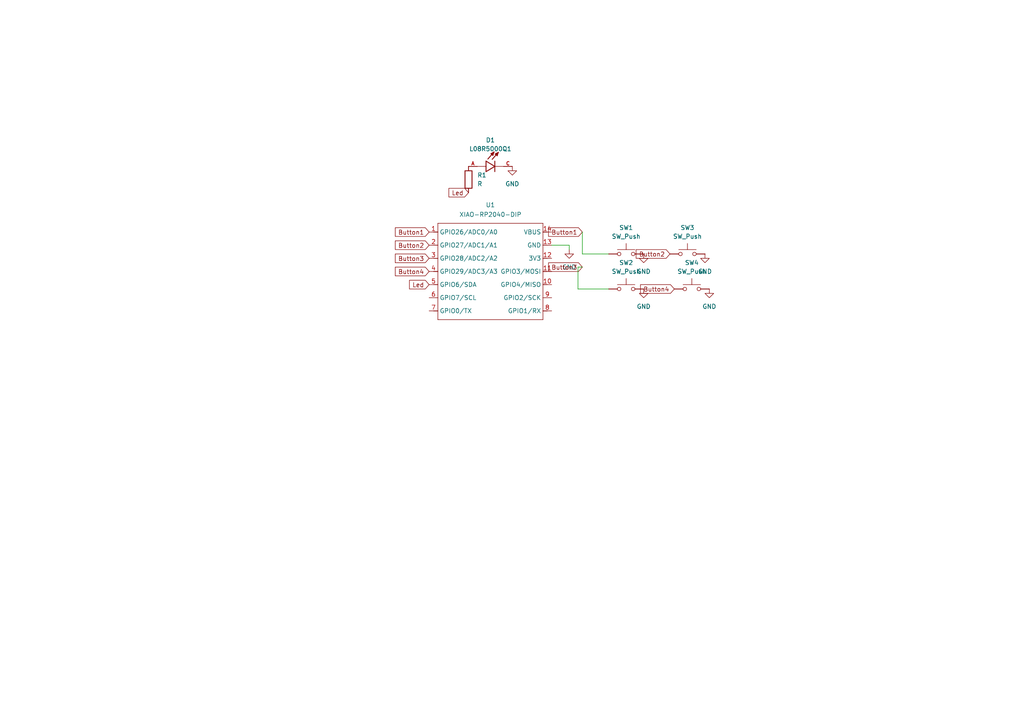
<source format=kicad_sch>
(kicad_sch
	(version 20250114)
	(generator "eeschema")
	(generator_version "9.0")
	(uuid "f44084a3-1776-4d01-a556-76a72fc648fd")
	(paper "A4")
	(lib_symbols
		(symbol "Device:R"
			(pin_numbers
				(hide yes)
			)
			(pin_names
				(offset 0)
			)
			(exclude_from_sim no)
			(in_bom yes)
			(on_board yes)
			(property "Reference" "R"
				(at 2.032 0 90)
				(effects
					(font
						(size 1.27 1.27)
					)
				)
			)
			(property "Value" "R"
				(at 0 0 90)
				(effects
					(font
						(size 1.27 1.27)
					)
				)
			)
			(property "Footprint" ""
				(at -1.778 0 90)
				(effects
					(font
						(size 1.27 1.27)
					)
					(hide yes)
				)
			)
			(property "Datasheet" "~"
				(at 0 0 0)
				(effects
					(font
						(size 1.27 1.27)
					)
					(hide yes)
				)
			)
			(property "Description" "Resistor"
				(at 0 0 0)
				(effects
					(font
						(size 1.27 1.27)
					)
					(hide yes)
				)
			)
			(property "ki_keywords" "R res resistor"
				(at 0 0 0)
				(effects
					(font
						(size 1.27 1.27)
					)
					(hide yes)
				)
			)
			(property "ki_fp_filters" "R_*"
				(at 0 0 0)
				(effects
					(font
						(size 1.27 1.27)
					)
					(hide yes)
				)
			)
			(symbol "R_0_1"
				(rectangle
					(start -1.016 -2.54)
					(end 1.016 2.54)
					(stroke
						(width 0.254)
						(type default)
					)
					(fill
						(type none)
					)
				)
			)
			(symbol "R_1_1"
				(pin passive line
					(at 0 3.81 270)
					(length 1.27)
					(name "~"
						(effects
							(font
								(size 1.27 1.27)
							)
						)
					)
					(number "1"
						(effects
							(font
								(size 1.27 1.27)
							)
						)
					)
				)
				(pin passive line
					(at 0 -3.81 90)
					(length 1.27)
					(name "~"
						(effects
							(font
								(size 1.27 1.27)
							)
						)
					)
					(number "2"
						(effects
							(font
								(size 1.27 1.27)
							)
						)
					)
				)
			)
			(embedded_fonts no)
		)
		(symbol "L08R5000Q1:L08R5000Q1"
			(pin_names
				(offset 1.016)
			)
			(exclude_from_sim no)
			(in_bom yes)
			(on_board yes)
			(property "Reference" "D"
				(at -3.0988 4.4958 0)
				(effects
					(font
						(size 1.27 1.27)
					)
					(justify left bottom)
				)
			)
			(property "Value" "L08R5000Q1"
				(at -3.556 -3.302 0)
				(effects
					(font
						(size 1.27 1.27)
					)
					(justify left bottom)
				)
			)
			(property "Footprint" "L08R5000Q1:LEDRD254W57D500H1070"
				(at 0 0 0)
				(effects
					(font
						(size 1.27 1.27)
					)
					(justify bottom)
					(hide yes)
				)
			)
			(property "Datasheet" ""
				(at 0 0 0)
				(effects
					(font
						(size 1.27 1.27)
					)
					(hide yes)
				)
			)
			(property "Description" ""
				(at 0 0 0)
				(effects
					(font
						(size 1.27 1.27)
					)
					(hide yes)
				)
			)
			(property "MF" "LED Technology"
				(at 0 0 0)
				(effects
					(font
						(size 1.27 1.27)
					)
					(justify bottom)
					(hide yes)
				)
			)
			(property "MAXIMUM_PACKAGE_HEIGHT" "10.7mm"
				(at 0 0 0)
				(effects
					(font
						(size 1.27 1.27)
					)
					(justify bottom)
					(hide yes)
				)
			)
			(property "Package" "None"
				(at 0 0 0)
				(effects
					(font
						(size 1.27 1.27)
					)
					(justify bottom)
					(hide yes)
				)
			)
			(property "Price" "None"
				(at 0 0 0)
				(effects
					(font
						(size 1.27 1.27)
					)
					(justify bottom)
					(hide yes)
				)
			)
			(property "Check_prices" "https://www.snapeda.com/parts/L08R5000Q1/LED+Technology/view-part/?ref=eda"
				(at 0 0 0)
				(effects
					(font
						(size 1.27 1.27)
					)
					(justify bottom)
					(hide yes)
				)
			)
			(property "STANDARD" "IPC-7351B"
				(at 0 0 0)
				(effects
					(font
						(size 1.27 1.27)
					)
					(justify bottom)
					(hide yes)
				)
			)
			(property "PARTREV" "NA"
				(at 0 0 0)
				(effects
					(font
						(size 1.27 1.27)
					)
					(justify bottom)
					(hide yes)
				)
			)
			(property "SnapEDA_Link" "https://www.snapeda.com/parts/L08R5000Q1/LED+Technology/view-part/?ref=snap"
				(at 0 0 0)
				(effects
					(font
						(size 1.27 1.27)
					)
					(justify bottom)
					(hide yes)
				)
			)
			(property "MP" "L08R5000Q1"
				(at 0 0 0)
				(effects
					(font
						(size 1.27 1.27)
					)
					(justify bottom)
					(hide yes)
				)
			)
			(property "Description_1" "LED, 5MM, ORANGE; LED / Lamp Size: 5mm / T-1 3/4; LED Colour: Orange; Typ Luminous Intensity: 4.3mcd; Viewing Angle: ..."
				(at 0 0 0)
				(effects
					(font
						(size 1.27 1.27)
					)
					(justify bottom)
					(hide yes)
				)
			)
			(property "Availability" "Not in stock"
				(at 0 0 0)
				(effects
					(font
						(size 1.27 1.27)
					)
					(justify bottom)
					(hide yes)
				)
			)
			(property "MANUFACTURER" "LED TECHNOLOGY"
				(at 0 0 0)
				(effects
					(font
						(size 1.27 1.27)
					)
					(justify bottom)
					(hide yes)
				)
			)
			(symbol "L08R5000Q1_0_0"
				(polyline
					(pts
						(xy -2.54 1.524) (xy -2.54 0)
					)
					(stroke
						(width 0.254)
						(type default)
					)
					(fill
						(type none)
					)
				)
				(polyline
					(pts
						(xy -2.54 0) (xy -5.08 0)
					)
					(stroke
						(width 0.1524)
						(type default)
					)
					(fill
						(type none)
					)
				)
				(polyline
					(pts
						(xy -2.54 0) (xy -2.54 -1.524)
					)
					(stroke
						(width 0.254)
						(type default)
					)
					(fill
						(type none)
					)
				)
				(polyline
					(pts
						(xy -2.54 -1.524) (xy 0 0)
					)
					(stroke
						(width 0.254)
						(type default)
					)
					(fill
						(type none)
					)
				)
				(polyline
					(pts
						(xy -1.1176 3.683) (xy -0.2286 4.1656)
					)
					(stroke
						(width 0.254)
						(type default)
					)
					(fill
						(type none)
					)
				)
				(polyline
					(pts
						(xy -0.9398 3.6068) (xy -0.7112 3.7592)
					)
					(stroke
						(width 0.254)
						(type default)
					)
					(fill
						(type none)
					)
				)
				(polyline
					(pts
						(xy -0.5588 3.2004) (xy -1.1176 3.683)
					)
					(stroke
						(width 0.254)
						(type default)
					)
					(fill
						(type none)
					)
				)
				(polyline
					(pts
						(xy -0.5588 3.2004) (xy -0.5334 3.937)
					)
					(stroke
						(width 0.254)
						(type default)
					)
					(fill
						(type none)
					)
				)
				(polyline
					(pts
						(xy -0.5334 3.937) (xy -0.6604 3.937)
					)
					(stroke
						(width 0.254)
						(type default)
					)
					(fill
						(type none)
					)
				)
				(polyline
					(pts
						(xy -0.2286 4.1656) (xy -2.0066 2.1336)
					)
					(stroke
						(width 0.254)
						(type default)
					)
					(fill
						(type none)
					)
				)
				(polyline
					(pts
						(xy -0.2286 4.1656) (xy -0.5588 3.2004)
					)
					(stroke
						(width 0.254)
						(type default)
					)
					(fill
						(type none)
					)
				)
				(polyline
					(pts
						(xy 0 1.524) (xy 0 0)
					)
					(stroke
						(width 0.254)
						(type default)
					)
					(fill
						(type none)
					)
				)
				(polyline
					(pts
						(xy 0 0) (xy -2.54 1.524)
					)
					(stroke
						(width 0.254)
						(type default)
					)
					(fill
						(type none)
					)
				)
				(polyline
					(pts
						(xy 0 0) (xy 0 -1.524)
					)
					(stroke
						(width 0.254)
						(type default)
					)
					(fill
						(type none)
					)
				)
				(polyline
					(pts
						(xy 0.127 3.5814) (xy 1.016 4.064)
					)
					(stroke
						(width 0.254)
						(type default)
					)
					(fill
						(type none)
					)
				)
				(polyline
					(pts
						(xy 0.3048 3.5052) (xy 0.5334 3.6576)
					)
					(stroke
						(width 0.254)
						(type default)
					)
					(fill
						(type none)
					)
				)
				(polyline
					(pts
						(xy 0.6858 3.0988) (xy 0.127 3.5814)
					)
					(stroke
						(width 0.254)
						(type default)
					)
					(fill
						(type none)
					)
				)
				(polyline
					(pts
						(xy 0.6858 3.0988) (xy 0.7112 3.8354)
					)
					(stroke
						(width 0.254)
						(type default)
					)
					(fill
						(type none)
					)
				)
				(polyline
					(pts
						(xy 0.7112 3.8354) (xy 0.5842 3.8354)
					)
					(stroke
						(width 0.254)
						(type default)
					)
					(fill
						(type none)
					)
				)
				(polyline
					(pts
						(xy 1.016 4.064) (xy -0.762 2.032)
					)
					(stroke
						(width 0.254)
						(type default)
					)
					(fill
						(type none)
					)
				)
				(polyline
					(pts
						(xy 1.016 4.064) (xy 0.6858 3.0988)
					)
					(stroke
						(width 0.254)
						(type default)
					)
					(fill
						(type none)
					)
				)
				(polyline
					(pts
						(xy 2.54 0) (xy 0 0)
					)
					(stroke
						(width 0.1524)
						(type default)
					)
					(fill
						(type none)
					)
				)
				(pin passive line
					(at -7.62 0 0)
					(length 2.54)
					(name "~"
						(effects
							(font
								(size 1.016 1.016)
							)
						)
					)
					(number "A"
						(effects
							(font
								(size 1.016 1.016)
							)
						)
					)
				)
				(pin passive line
					(at 5.08 0 180)
					(length 2.54)
					(name "~"
						(effects
							(font
								(size 1.016 1.016)
							)
						)
					)
					(number "C"
						(effects
							(font
								(size 1.016 1.016)
							)
						)
					)
				)
			)
			(embedded_fonts no)
		)
		(symbol "Seeed_Studio_XIAO_Series:XIAO-RP2040-DIP"
			(exclude_from_sim no)
			(in_bom yes)
			(on_board yes)
			(property "Reference" "U"
				(at 0 0 0)
				(effects
					(font
						(size 1.27 1.27)
					)
				)
			)
			(property "Value" "XIAO-RP2040-DIP"
				(at 5.334 -1.778 0)
				(effects
					(font
						(size 1.27 1.27)
					)
				)
			)
			(property "Footprint" "Module:MOUDLE14P-XIAO-DIP-SMD"
				(at 14.478 -32.258 0)
				(effects
					(font
						(size 1.27 1.27)
					)
					(hide yes)
				)
			)
			(property "Datasheet" ""
				(at 0 0 0)
				(effects
					(font
						(size 1.27 1.27)
					)
					(hide yes)
				)
			)
			(property "Description" ""
				(at 0 0 0)
				(effects
					(font
						(size 1.27 1.27)
					)
					(hide yes)
				)
			)
			(symbol "XIAO-RP2040-DIP_1_0"
				(polyline
					(pts
						(xy -1.27 -2.54) (xy 29.21 -2.54)
					)
					(stroke
						(width 0.1524)
						(type solid)
					)
					(fill
						(type none)
					)
				)
				(polyline
					(pts
						(xy -1.27 -5.08) (xy -2.54 -5.08)
					)
					(stroke
						(width 0.1524)
						(type solid)
					)
					(fill
						(type none)
					)
				)
				(polyline
					(pts
						(xy -1.27 -5.08) (xy -1.27 -2.54)
					)
					(stroke
						(width 0.1524)
						(type solid)
					)
					(fill
						(type none)
					)
				)
				(polyline
					(pts
						(xy -1.27 -8.89) (xy -2.54 -8.89)
					)
					(stroke
						(width 0.1524)
						(type solid)
					)
					(fill
						(type none)
					)
				)
				(polyline
					(pts
						(xy -1.27 -8.89) (xy -1.27 -5.08)
					)
					(stroke
						(width 0.1524)
						(type solid)
					)
					(fill
						(type none)
					)
				)
				(polyline
					(pts
						(xy -1.27 -12.7) (xy -2.54 -12.7)
					)
					(stroke
						(width 0.1524)
						(type solid)
					)
					(fill
						(type none)
					)
				)
				(polyline
					(pts
						(xy -1.27 -12.7) (xy -1.27 -8.89)
					)
					(stroke
						(width 0.1524)
						(type solid)
					)
					(fill
						(type none)
					)
				)
				(polyline
					(pts
						(xy -1.27 -16.51) (xy -2.54 -16.51)
					)
					(stroke
						(width 0.1524)
						(type solid)
					)
					(fill
						(type none)
					)
				)
				(polyline
					(pts
						(xy -1.27 -16.51) (xy -1.27 -12.7)
					)
					(stroke
						(width 0.1524)
						(type solid)
					)
					(fill
						(type none)
					)
				)
				(polyline
					(pts
						(xy -1.27 -20.32) (xy -2.54 -20.32)
					)
					(stroke
						(width 0.1524)
						(type solid)
					)
					(fill
						(type none)
					)
				)
				(polyline
					(pts
						(xy -1.27 -24.13) (xy -2.54 -24.13)
					)
					(stroke
						(width 0.1524)
						(type solid)
					)
					(fill
						(type none)
					)
				)
				(polyline
					(pts
						(xy -1.27 -27.94) (xy -2.54 -27.94)
					)
					(stroke
						(width 0.1524)
						(type solid)
					)
					(fill
						(type none)
					)
				)
				(polyline
					(pts
						(xy -1.27 -30.48) (xy -1.27 -16.51)
					)
					(stroke
						(width 0.1524)
						(type solid)
					)
					(fill
						(type none)
					)
				)
				(polyline
					(pts
						(xy 29.21 -2.54) (xy 29.21 -5.08)
					)
					(stroke
						(width 0.1524)
						(type solid)
					)
					(fill
						(type none)
					)
				)
				(polyline
					(pts
						(xy 29.21 -5.08) (xy 29.21 -8.89)
					)
					(stroke
						(width 0.1524)
						(type solid)
					)
					(fill
						(type none)
					)
				)
				(polyline
					(pts
						(xy 29.21 -8.89) (xy 29.21 -12.7)
					)
					(stroke
						(width 0.1524)
						(type solid)
					)
					(fill
						(type none)
					)
				)
				(polyline
					(pts
						(xy 29.21 -12.7) (xy 29.21 -30.48)
					)
					(stroke
						(width 0.1524)
						(type solid)
					)
					(fill
						(type none)
					)
				)
				(polyline
					(pts
						(xy 29.21 -30.48) (xy -1.27 -30.48)
					)
					(stroke
						(width 0.1524)
						(type solid)
					)
					(fill
						(type none)
					)
				)
				(polyline
					(pts
						(xy 30.48 -5.08) (xy 29.21 -5.08)
					)
					(stroke
						(width 0.1524)
						(type solid)
					)
					(fill
						(type none)
					)
				)
				(polyline
					(pts
						(xy 30.48 -8.89) (xy 29.21 -8.89)
					)
					(stroke
						(width 0.1524)
						(type solid)
					)
					(fill
						(type none)
					)
				)
				(polyline
					(pts
						(xy 30.48 -12.7) (xy 29.21 -12.7)
					)
					(stroke
						(width 0.1524)
						(type solid)
					)
					(fill
						(type none)
					)
				)
				(polyline
					(pts
						(xy 30.48 -16.51) (xy 29.21 -16.51)
					)
					(stroke
						(width 0.1524)
						(type solid)
					)
					(fill
						(type none)
					)
				)
				(polyline
					(pts
						(xy 30.48 -20.32) (xy 29.21 -20.32)
					)
					(stroke
						(width 0.1524)
						(type solid)
					)
					(fill
						(type none)
					)
				)
				(polyline
					(pts
						(xy 30.48 -24.13) (xy 29.21 -24.13)
					)
					(stroke
						(width 0.1524)
						(type solid)
					)
					(fill
						(type none)
					)
				)
				(polyline
					(pts
						(xy 30.48 -27.94) (xy 29.21 -27.94)
					)
					(stroke
						(width 0.1524)
						(type solid)
					)
					(fill
						(type none)
					)
				)
				(pin passive line
					(at -3.81 -5.08 0)
					(length 2.54)
					(name "GPIO26/ADC0/A0"
						(effects
							(font
								(size 1.27 1.27)
							)
						)
					)
					(number "1"
						(effects
							(font
								(size 1.27 1.27)
							)
						)
					)
				)
				(pin passive line
					(at -3.81 -8.89 0)
					(length 2.54)
					(name "GPIO27/ADC1/A1"
						(effects
							(font
								(size 1.27 1.27)
							)
						)
					)
					(number "2"
						(effects
							(font
								(size 1.27 1.27)
							)
						)
					)
				)
				(pin passive line
					(at -3.81 -12.7 0)
					(length 2.54)
					(name "GPIO28/ADC2/A2"
						(effects
							(font
								(size 1.27 1.27)
							)
						)
					)
					(number "3"
						(effects
							(font
								(size 1.27 1.27)
							)
						)
					)
				)
				(pin passive line
					(at -3.81 -16.51 0)
					(length 2.54)
					(name "GPIO29/ADC3/A3"
						(effects
							(font
								(size 1.27 1.27)
							)
						)
					)
					(number "4"
						(effects
							(font
								(size 1.27 1.27)
							)
						)
					)
				)
				(pin passive line
					(at -3.81 -20.32 0)
					(length 2.54)
					(name "GPIO6/SDA"
						(effects
							(font
								(size 1.27 1.27)
							)
						)
					)
					(number "5"
						(effects
							(font
								(size 1.27 1.27)
							)
						)
					)
				)
				(pin passive line
					(at -3.81 -24.13 0)
					(length 2.54)
					(name "GPIO7/SCL"
						(effects
							(font
								(size 1.27 1.27)
							)
						)
					)
					(number "6"
						(effects
							(font
								(size 1.27 1.27)
							)
						)
					)
				)
				(pin passive line
					(at -3.81 -27.94 0)
					(length 2.54)
					(name "GPIO0/TX"
						(effects
							(font
								(size 1.27 1.27)
							)
						)
					)
					(number "7"
						(effects
							(font
								(size 1.27 1.27)
							)
						)
					)
				)
				(pin passive line
					(at 31.75 -5.08 180)
					(length 2.54)
					(name "VBUS"
						(effects
							(font
								(size 1.27 1.27)
							)
						)
					)
					(number "14"
						(effects
							(font
								(size 1.27 1.27)
							)
						)
					)
				)
				(pin passive line
					(at 31.75 -8.89 180)
					(length 2.54)
					(name "GND"
						(effects
							(font
								(size 1.27 1.27)
							)
						)
					)
					(number "13"
						(effects
							(font
								(size 1.27 1.27)
							)
						)
					)
				)
				(pin passive line
					(at 31.75 -12.7 180)
					(length 2.54)
					(name "3V3"
						(effects
							(font
								(size 1.27 1.27)
							)
						)
					)
					(number "12"
						(effects
							(font
								(size 1.27 1.27)
							)
						)
					)
				)
				(pin passive line
					(at 31.75 -16.51 180)
					(length 2.54)
					(name "GPIO3/MOSI"
						(effects
							(font
								(size 1.27 1.27)
							)
						)
					)
					(number "11"
						(effects
							(font
								(size 1.27 1.27)
							)
						)
					)
				)
				(pin passive line
					(at 31.75 -20.32 180)
					(length 2.54)
					(name "GPIO4/MISO"
						(effects
							(font
								(size 1.27 1.27)
							)
						)
					)
					(number "10"
						(effects
							(font
								(size 1.27 1.27)
							)
						)
					)
				)
				(pin passive line
					(at 31.75 -24.13 180)
					(length 2.54)
					(name "GPIO2/SCK"
						(effects
							(font
								(size 1.27 1.27)
							)
						)
					)
					(number "9"
						(effects
							(font
								(size 1.27 1.27)
							)
						)
					)
				)
				(pin passive line
					(at 31.75 -27.94 180)
					(length 2.54)
					(name "GPIO1/RX"
						(effects
							(font
								(size 1.27 1.27)
							)
						)
					)
					(number "8"
						(effects
							(font
								(size 1.27 1.27)
							)
						)
					)
				)
			)
			(embedded_fonts no)
		)
		(symbol "Switch:SW_Push"
			(pin_numbers
				(hide yes)
			)
			(pin_names
				(offset 1.016)
				(hide yes)
			)
			(exclude_from_sim no)
			(in_bom yes)
			(on_board yes)
			(property "Reference" "SW"
				(at 1.27 2.54 0)
				(effects
					(font
						(size 1.27 1.27)
					)
					(justify left)
				)
			)
			(property "Value" "SW_Push"
				(at 0 -1.524 0)
				(effects
					(font
						(size 1.27 1.27)
					)
				)
			)
			(property "Footprint" ""
				(at 0 5.08 0)
				(effects
					(font
						(size 1.27 1.27)
					)
					(hide yes)
				)
			)
			(property "Datasheet" "~"
				(at 0 5.08 0)
				(effects
					(font
						(size 1.27 1.27)
					)
					(hide yes)
				)
			)
			(property "Description" "Push button switch, generic, two pins"
				(at 0 0 0)
				(effects
					(font
						(size 1.27 1.27)
					)
					(hide yes)
				)
			)
			(property "ki_keywords" "switch normally-open pushbutton push-button"
				(at 0 0 0)
				(effects
					(font
						(size 1.27 1.27)
					)
					(hide yes)
				)
			)
			(symbol "SW_Push_0_1"
				(circle
					(center -2.032 0)
					(radius 0.508)
					(stroke
						(width 0)
						(type default)
					)
					(fill
						(type none)
					)
				)
				(polyline
					(pts
						(xy 0 1.27) (xy 0 3.048)
					)
					(stroke
						(width 0)
						(type default)
					)
					(fill
						(type none)
					)
				)
				(circle
					(center 2.032 0)
					(radius 0.508)
					(stroke
						(width 0)
						(type default)
					)
					(fill
						(type none)
					)
				)
				(polyline
					(pts
						(xy 2.54 1.27) (xy -2.54 1.27)
					)
					(stroke
						(width 0)
						(type default)
					)
					(fill
						(type none)
					)
				)
				(pin passive line
					(at -5.08 0 0)
					(length 2.54)
					(name "1"
						(effects
							(font
								(size 1.27 1.27)
							)
						)
					)
					(number "1"
						(effects
							(font
								(size 1.27 1.27)
							)
						)
					)
				)
				(pin passive line
					(at 5.08 0 180)
					(length 2.54)
					(name "2"
						(effects
							(font
								(size 1.27 1.27)
							)
						)
					)
					(number "2"
						(effects
							(font
								(size 1.27 1.27)
							)
						)
					)
				)
			)
			(embedded_fonts no)
		)
		(symbol "power:GND"
			(power)
			(pin_numbers
				(hide yes)
			)
			(pin_names
				(offset 0)
				(hide yes)
			)
			(exclude_from_sim no)
			(in_bom yes)
			(on_board yes)
			(property "Reference" "#PWR"
				(at 0 -6.35 0)
				(effects
					(font
						(size 1.27 1.27)
					)
					(hide yes)
				)
			)
			(property "Value" "GND"
				(at 0 -3.81 0)
				(effects
					(font
						(size 1.27 1.27)
					)
				)
			)
			(property "Footprint" ""
				(at 0 0 0)
				(effects
					(font
						(size 1.27 1.27)
					)
					(hide yes)
				)
			)
			(property "Datasheet" ""
				(at 0 0 0)
				(effects
					(font
						(size 1.27 1.27)
					)
					(hide yes)
				)
			)
			(property "Description" "Power symbol creates a global label with name \"GND\" , ground"
				(at 0 0 0)
				(effects
					(font
						(size 1.27 1.27)
					)
					(hide yes)
				)
			)
			(property "ki_keywords" "global power"
				(at 0 0 0)
				(effects
					(font
						(size 1.27 1.27)
					)
					(hide yes)
				)
			)
			(symbol "GND_0_1"
				(polyline
					(pts
						(xy 0 0) (xy 0 -1.27) (xy 1.27 -1.27) (xy 0 -2.54) (xy -1.27 -1.27) (xy 0 -1.27)
					)
					(stroke
						(width 0)
						(type default)
					)
					(fill
						(type none)
					)
				)
			)
			(symbol "GND_1_1"
				(pin power_in line
					(at 0 0 270)
					(length 0)
					(name "~"
						(effects
							(font
								(size 1.27 1.27)
							)
						)
					)
					(number "1"
						(effects
							(font
								(size 1.27 1.27)
							)
						)
					)
				)
			)
			(embedded_fonts no)
		)
	)
	(wire
		(pts
			(xy 167.64 77.47) (xy 168.91 77.47)
		)
		(stroke
			(width 0)
			(type default)
		)
		(uuid "1ab1d270-7e02-4264-86a8-a5ece493b17a")
	)
	(wire
		(pts
			(xy 167.64 83.82) (xy 167.64 77.47)
		)
		(stroke
			(width 0)
			(type default)
		)
		(uuid "4587869b-ce14-4f9c-a9b5-78d4db90f7f0")
	)
	(wire
		(pts
			(xy 176.53 83.82) (xy 167.64 83.82)
		)
		(stroke
			(width 0)
			(type default)
		)
		(uuid "7fc250e8-ca6e-434a-8501-9b1fb7b97011")
	)
	(wire
		(pts
			(xy 160.02 71.12) (xy 165.1 71.12)
		)
		(stroke
			(width 0)
			(type default)
		)
		(uuid "8e022b1a-e03f-4bd3-b043-6bcfb038df2e")
	)
	(wire
		(pts
			(xy 176.53 73.66) (xy 168.91 73.66)
		)
		(stroke
			(width 0)
			(type default)
		)
		(uuid "a73af638-0f9f-445d-988f-2a6a86aab1d5")
	)
	(wire
		(pts
			(xy 165.1 71.12) (xy 165.1 72.39)
		)
		(stroke
			(width 0)
			(type default)
		)
		(uuid "a77475b5-02f7-4f4c-ab3a-e110380af6db")
	)
	(wire
		(pts
			(xy 168.91 73.66) (xy 168.91 67.31)
		)
		(stroke
			(width 0)
			(type default)
		)
		(uuid "e6ef2a41-b12c-4f3c-bc72-822b4f6ea729")
	)
	(global_label "Button1"
		(shape input)
		(at 168.91 67.31 180)
		(fields_autoplaced yes)
		(effects
			(font
				(size 1.27 1.27)
			)
			(justify right)
		)
		(uuid "0ee62375-ee83-4011-953f-6a08a7184499")
		(property "Intersheetrefs" "${INTERSHEET_REFS}"
			(at 158.5469 67.31 0)
			(effects
				(font
					(size 1.27 1.27)
				)
				(justify right)
				(hide yes)
			)
		)
	)
	(global_label "Led"
		(shape input)
		(at 135.89 55.88 180)
		(fields_autoplaced yes)
		(effects
			(font
				(size 1.27 1.27)
			)
			(justify right)
		)
		(uuid "28fa9193-9de8-4cb5-afcf-a647e4490c14")
		(property "Intersheetrefs" "${INTERSHEET_REFS}"
			(at 129.6391 55.88 0)
			(effects
				(font
					(size 1.27 1.27)
				)
				(justify right)
				(hide yes)
			)
		)
	)
	(global_label "Button2"
		(shape input)
		(at 124.46 71.12 180)
		(fields_autoplaced yes)
		(effects
			(font
				(size 1.27 1.27)
			)
			(justify right)
		)
		(uuid "3da77233-5048-47d4-933e-4180e2ed8ad3")
		(property "Intersheetrefs" "${INTERSHEET_REFS}"
			(at 114.0969 71.12 0)
			(effects
				(font
					(size 1.27 1.27)
				)
				(justify right)
				(hide yes)
			)
		)
	)
	(global_label "Button1"
		(shape input)
		(at 124.46 67.31 180)
		(fields_autoplaced yes)
		(effects
			(font
				(size 1.27 1.27)
			)
			(justify right)
		)
		(uuid "53a7da63-967d-4e02-959b-1dc26a67d5a1")
		(property "Intersheetrefs" "${INTERSHEET_REFS}"
			(at 114.0969 67.31 0)
			(effects
				(font
					(size 1.27 1.27)
				)
				(justify right)
				(hide yes)
			)
		)
	)
	(global_label "Button4"
		(shape input)
		(at 124.46 78.74 180)
		(fields_autoplaced yes)
		(effects
			(font
				(size 1.27 1.27)
			)
			(justify right)
		)
		(uuid "6b0b7ae5-75c2-4b40-b5eb-a89322693960")
		(property "Intersheetrefs" "${INTERSHEET_REFS}"
			(at 114.0969 78.74 0)
			(effects
				(font
					(size 1.27 1.27)
				)
				(justify right)
				(hide yes)
			)
		)
	)
	(global_label "Button3"
		(shape input)
		(at 124.46 74.93 180)
		(fields_autoplaced yes)
		(effects
			(font
				(size 1.27 1.27)
			)
			(justify right)
		)
		(uuid "6b6b8bec-cf76-40bf-b936-0aad36ed349f")
		(property "Intersheetrefs" "${INTERSHEET_REFS}"
			(at 114.0969 74.93 0)
			(effects
				(font
					(size 1.27 1.27)
				)
				(justify right)
				(hide yes)
			)
		)
	)
	(global_label "Button3"
		(shape input)
		(at 168.91 77.47 180)
		(fields_autoplaced yes)
		(effects
			(font
				(size 1.27 1.27)
			)
			(justify right)
		)
		(uuid "807b35cd-872a-4149-87d5-6db466b25eb4")
		(property "Intersheetrefs" "${INTERSHEET_REFS}"
			(at 158.5469 77.47 0)
			(effects
				(font
					(size 1.27 1.27)
				)
				(justify right)
				(hide yes)
			)
		)
	)
	(global_label "Button2"
		(shape input)
		(at 194.31 73.66 180)
		(fields_autoplaced yes)
		(effects
			(font
				(size 1.27 1.27)
			)
			(justify right)
		)
		(uuid "86cee572-db48-45a3-83bd-9adca69013e4")
		(property "Intersheetrefs" "${INTERSHEET_REFS}"
			(at 183.9469 73.66 0)
			(effects
				(font
					(size 1.27 1.27)
				)
				(justify right)
				(hide yes)
			)
		)
	)
	(global_label "Button4"
		(shape input)
		(at 195.58 83.82 180)
		(fields_autoplaced yes)
		(effects
			(font
				(size 1.27 1.27)
			)
			(justify right)
		)
		(uuid "9a1f95ec-3df7-4baf-a9ce-f623d6aa1ef9")
		(property "Intersheetrefs" "${INTERSHEET_REFS}"
			(at 185.2169 83.82 0)
			(effects
				(font
					(size 1.27 1.27)
				)
				(justify right)
				(hide yes)
			)
		)
	)
	(global_label "Led"
		(shape input)
		(at 124.46 82.55 180)
		(fields_autoplaced yes)
		(effects
			(font
				(size 1.27 1.27)
			)
			(justify right)
		)
		(uuid "a0f1f507-8da3-4a48-82f3-eb450e7dd649")
		(property "Intersheetrefs" "${INTERSHEET_REFS}"
			(at 118.2091 82.55 0)
			(effects
				(font
					(size 1.27 1.27)
				)
				(justify right)
				(hide yes)
			)
		)
	)
	(symbol
		(lib_id "Switch:SW_Push")
		(at 181.61 83.82 0)
		(unit 1)
		(exclude_from_sim no)
		(in_bom yes)
		(on_board yes)
		(dnp no)
		(uuid "0cb8a97e-a357-40a3-8d22-b3de1cfadda2")
		(property "Reference" "SW2"
			(at 181.61 76.2 0)
			(effects
				(font
					(size 1.27 1.27)
				)
			)
		)
		(property "Value" "SW_Push"
			(at 181.61 78.74 0)
			(effects
				(font
					(size 1.27 1.27)
				)
			)
		)
		(property "Footprint" ""
			(at 181.61 78.74 0)
			(effects
				(font
					(size 1.27 1.27)
				)
				(hide yes)
			)
		)
		(property "Datasheet" "~"
			(at 181.61 78.74 0)
			(effects
				(font
					(size 1.27 1.27)
				)
				(hide yes)
			)
		)
		(property "Description" "Push button switch, generic, two pins"
			(at 181.61 83.82 0)
			(effects
				(font
					(size 1.27 1.27)
				)
				(hide yes)
			)
		)
		(pin "1"
			(uuid "29630bda-2f33-424a-b0f4-f14bac1b5ce8")
		)
		(pin "2"
			(uuid "bfc417e6-338d-4520-8ac8-97546b14103c")
		)
		(instances
			(project ""
				(path "/f44084a3-1776-4d01-a556-76a72fc648fd"
					(reference "SW2")
					(unit 1)
				)
			)
		)
	)
	(symbol
		(lib_id "L08R5000Q1:L08R5000Q1")
		(at 143.51 48.26 0)
		(unit 1)
		(exclude_from_sim no)
		(in_bom yes)
		(on_board yes)
		(dnp no)
		(fields_autoplaced yes)
		(uuid "139fe5df-4201-4b63-8e9d-4f4fbd2e12ae")
		(property "Reference" "D1"
			(at 142.24 40.64 0)
			(effects
				(font
					(size 1.27 1.27)
				)
			)
		)
		(property "Value" "L08R5000Q1"
			(at 142.24 43.18 0)
			(effects
				(font
					(size 1.27 1.27)
				)
			)
		)
		(property "Footprint" "L08R5000Q1:LEDRD254W57D500H1070"
			(at 143.51 48.26 0)
			(effects
				(font
					(size 1.27 1.27)
				)
				(justify bottom)
				(hide yes)
			)
		)
		(property "Datasheet" ""
			(at 143.51 48.26 0)
			(effects
				(font
					(size 1.27 1.27)
				)
				(hide yes)
			)
		)
		(property "Description" ""
			(at 143.51 48.26 0)
			(effects
				(font
					(size 1.27 1.27)
				)
				(hide yes)
			)
		)
		(property "MF" "LED Technology"
			(at 143.51 48.26 0)
			(effects
				(font
					(size 1.27 1.27)
				)
				(justify bottom)
				(hide yes)
			)
		)
		(property "MAXIMUM_PACKAGE_HEIGHT" "10.7mm"
			(at 143.51 48.26 0)
			(effects
				(font
					(size 1.27 1.27)
				)
				(justify bottom)
				(hide yes)
			)
		)
		(property "Package" "None"
			(at 143.51 48.26 0)
			(effects
				(font
					(size 1.27 1.27)
				)
				(justify bottom)
				(hide yes)
			)
		)
		(property "Price" "None"
			(at 143.51 48.26 0)
			(effects
				(font
					(size 1.27 1.27)
				)
				(justify bottom)
				(hide yes)
			)
		)
		(property "Check_prices" "https://www.snapeda.com/parts/L08R5000Q1/LED+Technology/view-part/?ref=eda"
			(at 143.51 48.26 0)
			(effects
				(font
					(size 1.27 1.27)
				)
				(justify bottom)
				(hide yes)
			)
		)
		(property "STANDARD" "IPC-7351B"
			(at 143.51 48.26 0)
			(effects
				(font
					(size 1.27 1.27)
				)
				(justify bottom)
				(hide yes)
			)
		)
		(property "PARTREV" "NA"
			(at 143.51 48.26 0)
			(effects
				(font
					(size 1.27 1.27)
				)
				(justify bottom)
				(hide yes)
			)
		)
		(property "SnapEDA_Link" "https://www.snapeda.com/parts/L08R5000Q1/LED+Technology/view-part/?ref=snap"
			(at 143.51 48.26 0)
			(effects
				(font
					(size 1.27 1.27)
				)
				(justify bottom)
				(hide yes)
			)
		)
		(property "MP" "L08R5000Q1"
			(at 143.51 48.26 0)
			(effects
				(font
					(size 1.27 1.27)
				)
				(justify bottom)
				(hide yes)
			)
		)
		(property "Description_1" "LED, 5MM, ORANGE; LED / Lamp Size: 5mm / T-1 3/4; LED Colour: Orange; Typ Luminous Intensity: 4.3mcd; Viewing Angle: ..."
			(at 143.51 48.26 0)
			(effects
				(font
					(size 1.27 1.27)
				)
				(justify bottom)
				(hide yes)
			)
		)
		(property "Availability" "Not in stock"
			(at 143.51 48.26 0)
			(effects
				(font
					(size 1.27 1.27)
				)
				(justify bottom)
				(hide yes)
			)
		)
		(property "MANUFACTURER" "LED TECHNOLOGY"
			(at 143.51 48.26 0)
			(effects
				(font
					(size 1.27 1.27)
				)
				(justify bottom)
				(hide yes)
			)
		)
		(pin "A"
			(uuid "543cd47a-5b23-43bc-b1a8-d1a2655fcbec")
		)
		(pin "C"
			(uuid "1c68c9b9-953e-4fa0-96e1-b956a0853a32")
		)
		(instances
			(project ""
				(path "/f44084a3-1776-4d01-a556-76a72fc648fd"
					(reference "D1")
					(unit 1)
				)
			)
		)
	)
	(symbol
		(lib_id "Switch:SW_Push")
		(at 181.61 73.66 0)
		(unit 1)
		(exclude_from_sim no)
		(in_bom yes)
		(on_board yes)
		(dnp no)
		(fields_autoplaced yes)
		(uuid "3de09d1f-1251-4e36-b71f-1ec4ac13bba3")
		(property "Reference" "SW1"
			(at 181.61 66.04 0)
			(effects
				(font
					(size 1.27 1.27)
				)
			)
		)
		(property "Value" "SW_Push"
			(at 181.61 68.58 0)
			(effects
				(font
					(size 1.27 1.27)
				)
			)
		)
		(property "Footprint" ""
			(at 181.61 68.58 0)
			(effects
				(font
					(size 1.27 1.27)
				)
				(hide yes)
			)
		)
		(property "Datasheet" "~"
			(at 181.61 68.58 0)
			(effects
				(font
					(size 1.27 1.27)
				)
				(hide yes)
			)
		)
		(property "Description" "Push button switch, generic, two pins"
			(at 181.61 73.66 0)
			(effects
				(font
					(size 1.27 1.27)
				)
				(hide yes)
			)
		)
		(pin "1"
			(uuid "a39c5c88-bed6-430c-8aa5-fd617607d9f1")
		)
		(pin "2"
			(uuid "718213d9-1d94-4eb7-bc20-a3dc51f5b080")
		)
		(instances
			(project ""
				(path "/f44084a3-1776-4d01-a556-76a72fc648fd"
					(reference "SW1")
					(unit 1)
				)
			)
		)
	)
	(symbol
		(lib_id "Switch:SW_Push")
		(at 199.39 73.66 0)
		(unit 1)
		(exclude_from_sim no)
		(in_bom yes)
		(on_board yes)
		(dnp no)
		(uuid "3e8e5d69-35b6-44f1-82ec-e40a3cf61778")
		(property "Reference" "SW3"
			(at 199.39 66.04 0)
			(effects
				(font
					(size 1.27 1.27)
				)
			)
		)
		(property "Value" "SW_Push"
			(at 199.39 68.58 0)
			(effects
				(font
					(size 1.27 1.27)
				)
			)
		)
		(property "Footprint" ""
			(at 199.39 68.58 0)
			(effects
				(font
					(size 1.27 1.27)
				)
				(hide yes)
			)
		)
		(property "Datasheet" "~"
			(at 199.39 68.58 0)
			(effects
				(font
					(size 1.27 1.27)
				)
				(hide yes)
			)
		)
		(property "Description" "Push button switch, generic, two pins"
			(at 199.39 73.66 0)
			(effects
				(font
					(size 1.27 1.27)
				)
				(hide yes)
			)
		)
		(pin "2"
			(uuid "6c365556-2dad-4428-bb1e-536064fe20f2")
		)
		(pin "1"
			(uuid "d551a615-ea5c-48e1-9454-e33e7a478ed5")
		)
		(instances
			(project ""
				(path "/f44084a3-1776-4d01-a556-76a72fc648fd"
					(reference "SW3")
					(unit 1)
				)
			)
		)
	)
	(symbol
		(lib_id "Seeed_Studio_XIAO_Series:XIAO-RP2040-DIP")
		(at 128.27 62.23 0)
		(unit 1)
		(exclude_from_sim no)
		(in_bom yes)
		(on_board yes)
		(dnp no)
		(uuid "49fbe0ae-c14f-4147-b1de-3fc409eb2009")
		(property "Reference" "U1"
			(at 142.24 59.436 0)
			(effects
				(font
					(size 1.27 1.27)
				)
			)
		)
		(property "Value" "XIAO-RP2040-DIP"
			(at 142.24 62.23 0)
			(effects
				(font
					(size 1.27 1.27)
				)
			)
		)
		(property "Footprint" "Module:MOUDLE14P-XIAO-DIP-SMD"
			(at 142.748 94.488 0)
			(effects
				(font
					(size 1.27 1.27)
				)
				(hide yes)
			)
		)
		(property "Datasheet" ""
			(at 128.27 62.23 0)
			(effects
				(font
					(size 1.27 1.27)
				)
				(hide yes)
			)
		)
		(property "Description" ""
			(at 128.27 62.23 0)
			(effects
				(font
					(size 1.27 1.27)
				)
				(hide yes)
			)
		)
		(pin "1"
			(uuid "0470703e-e453-459d-b8fb-49baacf54a9b")
		)
		(pin "3"
			(uuid "1351ce17-16da-44ac-a193-4375d72f3383")
		)
		(pin "12"
			(uuid "1eba9762-48f7-4eb6-8e02-8b7058b8a38d")
		)
		(pin "13"
			(uuid "37ade7cb-26d3-45f9-ab58-00d985932e5d")
		)
		(pin "2"
			(uuid "3d07e411-96e2-49c6-bba4-f87c8e00f28b")
		)
		(pin "4"
			(uuid "eef01848-a994-423d-a1be-d2a1138f133a")
		)
		(pin "5"
			(uuid "d7baa6fa-bd2c-4f0e-ab5d-dcc276e25d30")
		)
		(pin "7"
			(uuid "beccb1b8-8945-450a-9530-fcff7cb57984")
		)
		(pin "6"
			(uuid "37e9ef10-f775-4e27-bd64-2d96715efdd9")
		)
		(pin "14"
			(uuid "b0a67c1e-fde3-4828-9525-4b1f2f8e24c2")
		)
		(pin "9"
			(uuid "a09db6a3-5e74-48a4-9dcc-c3289860ee23")
		)
		(pin "8"
			(uuid "5b20ad90-838d-41dc-8fd9-388d6ac8334b")
		)
		(pin "11"
			(uuid "df92f544-adec-4608-97d8-d44b2d68c301")
		)
		(pin "10"
			(uuid "3a89cd68-b5f5-4cc0-8ead-66759a3a78a9")
		)
		(instances
			(project ""
				(path "/f44084a3-1776-4d01-a556-76a72fc648fd"
					(reference "U1")
					(unit 1)
				)
			)
		)
	)
	(symbol
		(lib_id "power:GND")
		(at 186.69 73.66 0)
		(unit 1)
		(exclude_from_sim no)
		(in_bom yes)
		(on_board yes)
		(dnp no)
		(fields_autoplaced yes)
		(uuid "7d1e0a88-6d17-47cd-a208-99348cd7d9bd")
		(property "Reference" "#PWR04"
			(at 186.69 80.01 0)
			(effects
				(font
					(size 1.27 1.27)
				)
				(hide yes)
			)
		)
		(property "Value" "GND"
			(at 186.69 78.74 0)
			(effects
				(font
					(size 1.27 1.27)
				)
			)
		)
		(property "Footprint" ""
			(at 186.69 73.66 0)
			(effects
				(font
					(size 1.27 1.27)
				)
				(hide yes)
			)
		)
		(property "Datasheet" ""
			(at 186.69 73.66 0)
			(effects
				(font
					(size 1.27 1.27)
				)
				(hide yes)
			)
		)
		(property "Description" "Power symbol creates a global label with name \"GND\" , ground"
			(at 186.69 73.66 0)
			(effects
				(font
					(size 1.27 1.27)
				)
				(hide yes)
			)
		)
		(pin "1"
			(uuid "47187b41-8593-42ee-9ff1-b7d9cc6f4ecb")
		)
		(instances
			(project ""
				(path "/f44084a3-1776-4d01-a556-76a72fc648fd"
					(reference "#PWR04")
					(unit 1)
				)
			)
		)
	)
	(symbol
		(lib_id "power:GND")
		(at 205.74 83.82 0)
		(unit 1)
		(exclude_from_sim no)
		(in_bom yes)
		(on_board yes)
		(dnp no)
		(fields_autoplaced yes)
		(uuid "8cf11cbd-01c8-4e6b-8b5a-6f4d38b9db4f")
		(property "Reference" "#PWR06"
			(at 205.74 90.17 0)
			(effects
				(font
					(size 1.27 1.27)
				)
				(hide yes)
			)
		)
		(property "Value" "GND"
			(at 205.74 88.9 0)
			(effects
				(font
					(size 1.27 1.27)
				)
			)
		)
		(property "Footprint" ""
			(at 205.74 83.82 0)
			(effects
				(font
					(size 1.27 1.27)
				)
				(hide yes)
			)
		)
		(property "Datasheet" ""
			(at 205.74 83.82 0)
			(effects
				(font
					(size 1.27 1.27)
				)
				(hide yes)
			)
		)
		(property "Description" "Power symbol creates a global label with name \"GND\" , ground"
			(at 205.74 83.82 0)
			(effects
				(font
					(size 1.27 1.27)
				)
				(hide yes)
			)
		)
		(pin "1"
			(uuid "c6e65994-c977-46b1-aacb-a81bfab0a6a2")
		)
		(instances
			(project ""
				(path "/f44084a3-1776-4d01-a556-76a72fc648fd"
					(reference "#PWR06")
					(unit 1)
				)
			)
		)
	)
	(symbol
		(lib_id "power:GND")
		(at 148.59 48.26 0)
		(unit 1)
		(exclude_from_sim no)
		(in_bom yes)
		(on_board yes)
		(dnp no)
		(fields_autoplaced yes)
		(uuid "939d793a-c13e-40e2-a2ce-721f0be96351")
		(property "Reference" "#PWR02"
			(at 148.59 54.61 0)
			(effects
				(font
					(size 1.27 1.27)
				)
				(hide yes)
			)
		)
		(property "Value" "GND"
			(at 148.59 53.34 0)
			(effects
				(font
					(size 1.27 1.27)
				)
			)
		)
		(property "Footprint" ""
			(at 148.59 48.26 0)
			(effects
				(font
					(size 1.27 1.27)
				)
				(hide yes)
			)
		)
		(property "Datasheet" ""
			(at 148.59 48.26 0)
			(effects
				(font
					(size 1.27 1.27)
				)
				(hide yes)
			)
		)
		(property "Description" "Power symbol creates a global label with name \"GND\" , ground"
			(at 148.59 48.26 0)
			(effects
				(font
					(size 1.27 1.27)
				)
				(hide yes)
			)
		)
		(pin "1"
			(uuid "bbec0521-fbbd-4d5b-9c87-3b04b62224d0")
		)
		(instances
			(project ""
				(path "/f44084a3-1776-4d01-a556-76a72fc648fd"
					(reference "#PWR02")
					(unit 1)
				)
			)
		)
	)
	(symbol
		(lib_id "Switch:SW_Push")
		(at 200.66 83.82 0)
		(unit 1)
		(exclude_from_sim no)
		(in_bom yes)
		(on_board yes)
		(dnp no)
		(fields_autoplaced yes)
		(uuid "9ae1aa9f-e671-4a10-b2a0-a2ef1996a08a")
		(property "Reference" "SW4"
			(at 200.66 76.2 0)
			(effects
				(font
					(size 1.27 1.27)
				)
			)
		)
		(property "Value" "SW_Push"
			(at 200.66 78.74 0)
			(effects
				(font
					(size 1.27 1.27)
				)
			)
		)
		(property "Footprint" ""
			(at 200.66 78.74 0)
			(effects
				(font
					(size 1.27 1.27)
				)
				(hide yes)
			)
		)
		(property "Datasheet" "~"
			(at 200.66 78.74 0)
			(effects
				(font
					(size 1.27 1.27)
				)
				(hide yes)
			)
		)
		(property "Description" "Push button switch, generic, two pins"
			(at 200.66 83.82 0)
			(effects
				(font
					(size 1.27 1.27)
				)
				(hide yes)
			)
		)
		(pin "2"
			(uuid "87bb973f-e77d-423f-8a49-a2081525efed")
		)
		(pin "1"
			(uuid "130b22c0-56a2-449c-8e68-01cf03c048c9")
		)
		(instances
			(project ""
				(path "/f44084a3-1776-4d01-a556-76a72fc648fd"
					(reference "SW4")
					(unit 1)
				)
			)
		)
	)
	(symbol
		(lib_id "power:GND")
		(at 204.47 73.66 0)
		(unit 1)
		(exclude_from_sim no)
		(in_bom yes)
		(on_board yes)
		(dnp no)
		(fields_autoplaced yes)
		(uuid "9c3b67e9-14c8-4857-bd3d-f634debc7f29")
		(property "Reference" "#PWR05"
			(at 204.47 80.01 0)
			(effects
				(font
					(size 1.27 1.27)
				)
				(hide yes)
			)
		)
		(property "Value" "GND"
			(at 204.47 78.74 0)
			(effects
				(font
					(size 1.27 1.27)
				)
			)
		)
		(property "Footprint" ""
			(at 204.47 73.66 0)
			(effects
				(font
					(size 1.27 1.27)
				)
				(hide yes)
			)
		)
		(property "Datasheet" ""
			(at 204.47 73.66 0)
			(effects
				(font
					(size 1.27 1.27)
				)
				(hide yes)
			)
		)
		(property "Description" "Power symbol creates a global label with name \"GND\" , ground"
			(at 204.47 73.66 0)
			(effects
				(font
					(size 1.27 1.27)
				)
				(hide yes)
			)
		)
		(pin "1"
			(uuid "1f0639ff-0d2a-41a3-b908-8cde4c0f7979")
		)
		(instances
			(project ""
				(path "/f44084a3-1776-4d01-a556-76a72fc648fd"
					(reference "#PWR05")
					(unit 1)
				)
			)
		)
	)
	(symbol
		(lib_id "power:GND")
		(at 165.1 72.39 0)
		(unit 1)
		(exclude_from_sim no)
		(in_bom yes)
		(on_board yes)
		(dnp no)
		(fields_autoplaced yes)
		(uuid "aefcdecb-6cb2-4e97-b05f-77760cbe1458")
		(property "Reference" "#PWR01"
			(at 165.1 78.74 0)
			(effects
				(font
					(size 1.27 1.27)
				)
				(hide yes)
			)
		)
		(property "Value" "GND"
			(at 165.1 77.47 0)
			(effects
				(font
					(size 1.27 1.27)
				)
			)
		)
		(property "Footprint" ""
			(at 165.1 72.39 0)
			(effects
				(font
					(size 1.27 1.27)
				)
				(hide yes)
			)
		)
		(property "Datasheet" ""
			(at 165.1 72.39 0)
			(effects
				(font
					(size 1.27 1.27)
				)
				(hide yes)
			)
		)
		(property "Description" "Power symbol creates a global label with name \"GND\" , ground"
			(at 165.1 72.39 0)
			(effects
				(font
					(size 1.27 1.27)
				)
				(hide yes)
			)
		)
		(pin "1"
			(uuid "708778fb-fe64-4095-9c2f-9b1218653713")
		)
		(instances
			(project ""
				(path "/f44084a3-1776-4d01-a556-76a72fc648fd"
					(reference "#PWR01")
					(unit 1)
				)
			)
		)
	)
	(symbol
		(lib_id "Device:R")
		(at 135.89 52.07 0)
		(unit 1)
		(exclude_from_sim no)
		(in_bom yes)
		(on_board yes)
		(dnp no)
		(fields_autoplaced yes)
		(uuid "d266748f-809e-4d58-b5a2-2c5a35d15dc9")
		(property "Reference" "R1"
			(at 138.43 50.7999 0)
			(effects
				(font
					(size 1.27 1.27)
				)
				(justify left)
			)
		)
		(property "Value" "R"
			(at 138.43 53.3399 0)
			(effects
				(font
					(size 1.27 1.27)
				)
				(justify left)
			)
		)
		(property "Footprint" ""
			(at 134.112 52.07 90)
			(effects
				(font
					(size 1.27 1.27)
				)
				(hide yes)
			)
		)
		(property "Datasheet" "~"
			(at 135.89 52.07 0)
			(effects
				(font
					(size 1.27 1.27)
				)
				(hide yes)
			)
		)
		(property "Description" "Resistor"
			(at 135.89 52.07 0)
			(effects
				(font
					(size 1.27 1.27)
				)
				(hide yes)
			)
		)
		(pin "2"
			(uuid "b68df846-63e1-43b8-9568-730271b38bce")
		)
		(pin "1"
			(uuid "b0515268-6159-43db-9762-f917e51376c6")
		)
		(instances
			(project ""
				(path "/f44084a3-1776-4d01-a556-76a72fc648fd"
					(reference "R1")
					(unit 1)
				)
			)
		)
	)
	(symbol
		(lib_id "power:GND")
		(at 186.69 83.82 0)
		(unit 1)
		(exclude_from_sim no)
		(in_bom yes)
		(on_board yes)
		(dnp no)
		(fields_autoplaced yes)
		(uuid "d54fb4d5-b12a-449f-8e26-9cd28f5215ba")
		(property "Reference" "#PWR03"
			(at 186.69 90.17 0)
			(effects
				(font
					(size 1.27 1.27)
				)
				(hide yes)
			)
		)
		(property "Value" "GND"
			(at 186.69 88.9 0)
			(effects
				(font
					(size 1.27 1.27)
				)
			)
		)
		(property "Footprint" ""
			(at 186.69 83.82 0)
			(effects
				(font
					(size 1.27 1.27)
				)
				(hide yes)
			)
		)
		(property "Datasheet" ""
			(at 186.69 83.82 0)
			(effects
				(font
					(size 1.27 1.27)
				)
				(hide yes)
			)
		)
		(property "Description" "Power symbol creates a global label with name \"GND\" , ground"
			(at 186.69 83.82 0)
			(effects
				(font
					(size 1.27 1.27)
				)
				(hide yes)
			)
		)
		(pin "1"
			(uuid "8f9a7d7e-719a-4eb1-82a2-a644dd6be8d8")
		)
		(instances
			(project ""
				(path "/f44084a3-1776-4d01-a556-76a72fc648fd"
					(reference "#PWR03")
					(unit 1)
				)
			)
		)
	)
	(sheet_instances
		(path "/"
			(page "1")
		)
	)
	(embedded_fonts no)
)

</source>
